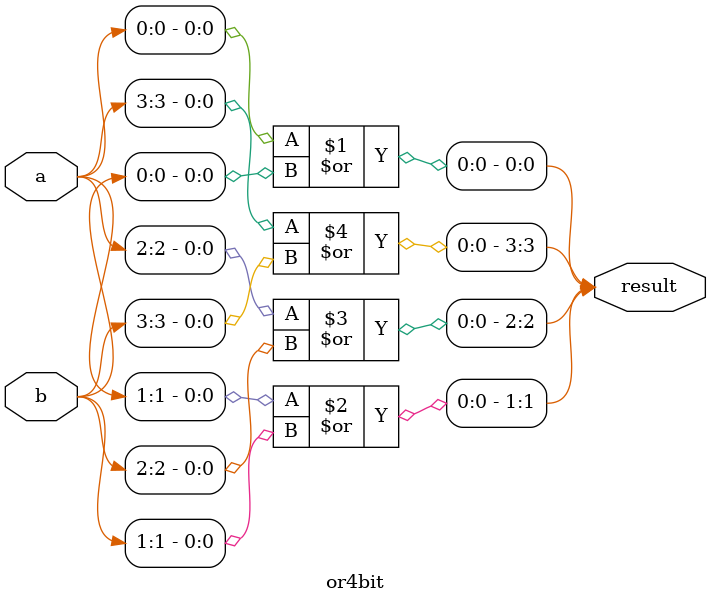
<source format=v>
module or4bit(output[3:0] result, input[3:0] a, input[3:0] b);

or or1(result[0], a[0], b[0]);
or or2(result[1], a[1], b[1]);
or or3(result[2], a[2], b[2]);
or or4(result[3], a[3], b[3]);

endmodule
</source>
